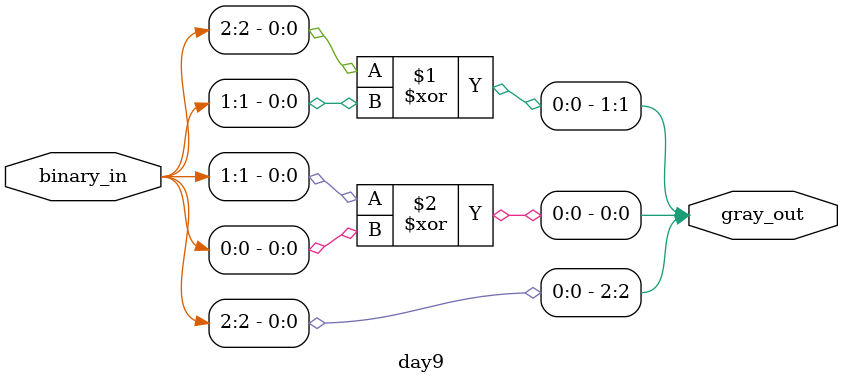
<source format=v>

module day9 #(parameter W = 3)(
    input [W-1:0] binary_in,
    output [W-1:0] gray_out
);

/*
    always @(*) begin
        case (binary_in)
            0: gray_out <= 3'b000;
            1: gray_out <= 3'b001;
            2: gray_out <= 3'b011;
            3: gray_out <= 3'b010;
            4: gray_out <= 3'b110;
            5: gray_out <= 3'b111;
            6: gray_out <= 3'b101;
            7: gray_out <= 3'b100;
        endcase
    end
*/

    assign gray_out[W-1] = binary_in[W-1];                    // MSB 100
    assign gray_out[W-2] = binary_in[W-2+1] ^ binary_in[W-2]; // 010
    assign gray_out[W-3] = binary_in[W-3+1] ^ binary_in[W-3]; // 001

endmodule
</source>
